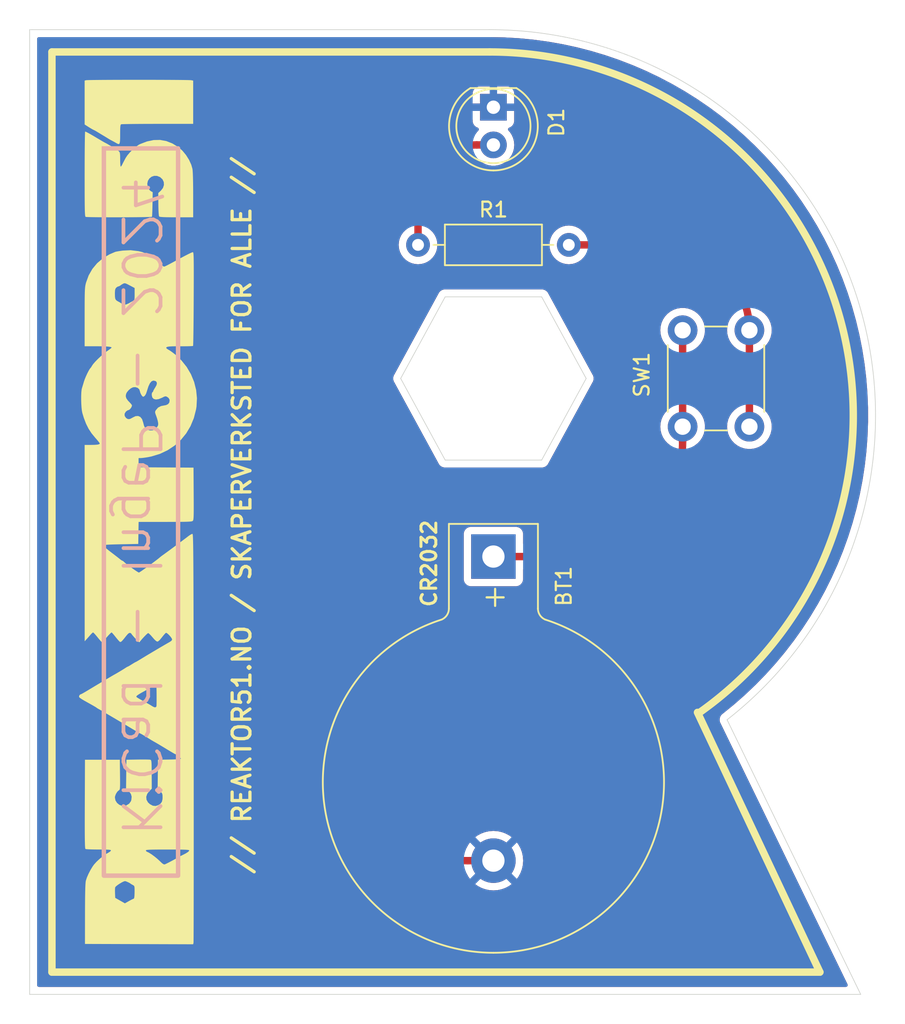
<source format=kicad_pcb>
(kicad_pcb (version 20240108) (generator "pcbnew") (generator_version "8.0")
  (layers (0 "F.Cu" signal) (31 "B.Cu" signal) (34 "B.Paste" user) (35 "F.Paste" user) (36 "B.SilkS" user "B.Silkscreen") (37 "F.SilkS" user "F.Silkscreen") (38 "B.Mask" user) (39 "F.Mask" user) (44 "Edge.Cuts" user))
  (net 0 "")
  (net 1 "Net-(BT1-+)")
  (net 2 "GND")
  (net 3 "Net-(SW1-B)")
  (net 4 "Net-(D1-A)")
  (footprint "Button_Switch_THT:SW_PUSH_6mm" (layer "F.Cu") (at 174 71.75 90)
    (property "Reference" "SW1" (at 3.5 -2.75 90) (layer "F.SilkS"))
    (property "Value" "SW_SPST")
    (fp_line (start 5.5 -1) (end 1 -1) (stroke (width 0.12)) (layer "F.SilkS"))
    (fp_line (start -0.25 1.5) (end -0.25 3) (stroke (width 0.12)) (layer "F.SilkS"))
    (fp_line (start 6.75 3) (end 6.75 1.5) (stroke (width 0.12)) (layer "F.SilkS"))
    (fp_line (start 1 5.5) (end 5.5 5.5) (stroke (width 0.12)) (layer "F.SilkS"))
    (pad "1" thru_hole circle (at 0 0 180) (size 2 2) (drill 1.1) (layers "*.Cu" "*.Mask") (net 1 "Net-(BT1-+)"))
    (pad "1" thru_hole circle (at 6.5 0 180) (size 2 2) (drill 1.1) (layers "*.Cu" "*.Mask") (net 1 "Net-(BT1-+)"))
    (pad "2" thru_hole circle (at 0 4.5 180) (size 2 2) (drill 1.1) (layers "*.Cu" "*.Mask") (net 3 "Net-(SW1-B)"))
    (pad "2" thru_hole circle (at 6.5 4.5 180) (size 2 2) (drill 1.1) (layers "*.Cu" "*.Mask") (net 3 "Net-(SW1-B)"))
  )
  (footprint "Battery:BatteryHolder_Keystone_103_1x20mm" (layer "F.Cu") (at 161.25 80.5 -90)
    (property "Reference" "BT1" (at 2 -4.75 -90) (layer "F.SilkS"))
    (property "Value" "Battery_Cell")
    (fp_line (start -2.2 3) (end 3.5 3) (stroke (width 0.12)) (layer "F.SilkS"))
    (fp_line (start -2.2 3) (end -2.2 -3) (stroke (width 0.12)) (layer "F.SilkS"))
    (fp_line (start -2.2 -3) (end 3.5 -3) (stroke (width 0.12)) (layer "F.SilkS"))
    (fp_arc (start 3.5 3) (mid 3.950694 3.136459) (end 4.25 3.5) (stroke (width 0.12)) (layer "F.SilkS"))
    (fp_arc (start 26.695671 0) (mid 16.971103 11.358466) (end 4.25 3.5) (stroke (width 0.12)) (layer "F.SilkS"))
    (fp_arc (start 4.25 -3.5) (mid 16.971103 -11.358466) (end 26.695671 0) (stroke (width 0.12)) (layer "F.SilkS"))
    (fp_arc (start 4.25 -3.5) (mid 3.950694 -3.136459) (end 3.5 -3) (stroke (width 0.12)) (layer "F.SilkS"))
    (fp_text user "+" (at 2.75 0 90) (layer "F.SilkS") (effects (font (size 1.5 1.5))))
    (pad "1" thru_hole rect (at 0 0 270) (size 3 3) (drill 1.5) (layers "*.Cu" "*.Mask") (net 1 "Net-(BT1-+)"))
    (pad "2" thru_hole circle (at 20.49 0 270) (size 3 3) (drill 1.5) (layers "*.Cu" "*.Mask") (net 2 "GND"))
  )
  (footprint "Resistor_THT:R_Axial_DIN0207_L6.3mm_D2.5mm_P10.16mm_Horizontal" (layer "F.Cu") (at 156.17 59.5)
    (property "Reference" "R1" (at 5.08 -2.37 0) (layer "F.SilkS"))
    (property "Value" "150")
    (fp_line (start 1.04 0) (end 1.81 0) (stroke (width 0.12)) (layer "F.SilkS"))
    (fp_line (start 1.81 -1.37) (end 1.81 1.37) (stroke (width 0.12)) (layer "F.SilkS"))
    (fp_line (start 1.81 1.37) (end 8.35 1.37) (stroke (width 0.12)) (layer "F.SilkS"))
    (fp_line (start 8.35 -1.37) (end 1.81 -1.37) (stroke (width 0.12)) (layer "F.SilkS"))
    (fp_line (start 8.35 1.37) (end 8.35 -1.37) (stroke (width 0.12)) (layer "F.SilkS"))
    (fp_line (start 9.12 0) (end 8.35 0) (stroke (width 0.12)) (layer "F.SilkS"))
    (pad "1" thru_hole circle (at 0 0) (size 1.6 1.6) (drill 0.8) (layers "*.Cu" "*.Mask") (net 4 "Net-(D1-A)"))
    (pad "2" thru_hole oval (at 10.16 0) (size 1.6 1.6) (drill 0.8) (layers "*.Cu" "*.Mask") (net 3 "Net-(SW1-B)"))
  )
  (footprint "LOGO" (layer "F.Cu") (at 137.25 77.5 90)
    (property "Reference" "G***" (hide yes))
    (property "Value" "LOGO" (hide yes))
    (fp_poly (pts (xy 29.09562 -3.44651) (xy 29.100419 -3.384787) (xy 29.104744 -3.24275) (xy 29.108597 -3.028739) (xy 29.111977 -2.751094) (xy 29.114883 -2.418155) (xy 29.117316 -2.038262) (xy 29.119275 -1.619757) (xy 29.120759 -1.170978) (xy 29.12177 -0.700268) (xy 29.122306 -0.215965) (xy 29.122366 0.27359) (xy 29.121952 0.760056) (xy 29.121062 1.235094) (xy 29.119696 1.690362) (xy 29.117854 2.117521) (xy 29.115535 2.50823) (xy 29.11274 2.854149) (xy 29.109468 3.146938) (xy 29.105719 3.378256) (xy 29.101493 3.539763) (xy 29.096789 3.623119) (xy 29.095855 3.629363) (xy 29.06815 3.767888) (xy 27.610864 3.767888) (xy 26.153577 3.767888) (xy 26.153577 1.377796) (xy 26.15309 0.924053) (xy 26.151691 0.495924) (xy 26.14947 0.101811) (xy 26.146521 -0.249887) (xy 26.142934 -0.550766) (xy 26.138802 -0.792427) (xy 26.134217 -0.966466) (xy 26.129271 -1.064485) (xy 26.126671 -1.082413) (xy 26.104026 -1.110392) (xy 26.05226 -1.129965) (xy 25.958038 -1.142535) (xy 25.808026 -1.149505) (xy 25.58889 -1.152278) (xy 25.460358 -1.152531) (xy 25.187166 -1.154246) (xy 24.993135 -1.162266) (xy 24.868792 -1.180897) (xy 24.804664 -1.214448) (xy 24.791278 -1.267226) (xy 24.81916 -1.34354) (xy 24.864312 -1.423593) (xy 24.944147 -1.562794) (xy 25.016687 -1.698085) (xy 25.021014 -1.706632) (xy 25.086251 -1.82891) (xy 25.144222 -1.92735) (xy 25.19239 -2.004808) (xy 25.271563 -2.134567) (xy 25.367249 -2.292834) (xy 25.400702 -2.348467) (xy 25.498525 -2.511089) (xy 25.584444 -2.653398) (xy 25.644054 -2.75155) (xy 25.655695 -2.770506) (xy 25.719921 -2.886848) (xy 25.751219 -2.952551) (xy 25.795911 -3.03789) (xy 25.871914 -3.167459) (xy 25.951952 -3.296093) (xy 26.111974 -3.546248) (xy 27.590433 -3.546248) (xy 29.068892 -3.546248)) (fill solid) (layer "F.SilkS"))
    (fp_poly (pts (xy 23.259109 -3.545745) (xy 23.727035 -3.544293) (xy 24.160913 -3.541979) (xy 24.553276 -3.538889) (xy 24.896655 -3.53511) (xy 25.183583 -3.530728) (xy 25.40659 -3.525829) (xy 25.558209 -3.520501) (xy 25.630971 -3.514829) (xy 25.636356 -3.513002) (xy 25.621423 -3.46572) (xy 25.56736 -3.356244) (xy 25.481367 -3.19797) (xy 25.370643 -3.00429) (xy 25.284877 -2.859162) (xy 25.157513 -2.645393) (xy 25.045168 -2.455015) (xy 24.956276 -2.302465) (xy 24.899274 -2.20218) (xy 24.883417 -2.172077) (xy 24.830765 -2.069992) (xy 24.746462 -1.921717) (xy 24.643717 -1.748861) (xy 24.535739 -1.573031) (xy 24.435736 -1.415837) (xy 24.356916 -1.298888) (xy 24.321178 -1.252269) (xy 24.274644 -1.207933) (xy 24.217633 -1.179072) (xy 24.131447 -1.162408) (xy 23.997385 -1.154664) (xy 23.796749 -1.152563) (xy 23.752133 -1.152531) (xy 23.557882 -1.149359) (xy 23.401363 -1.140767) (xy 23.300609 -1.128139) (xy 23.272251 -1.115693) (xy 23.308068 -1.072929) (xy 23.394153 -1.021865) (xy 23.471415 -0.9852) (xy 23.547954 -0.947042) (xy 23.647023 -0.895404) (xy 23.791875 -0.8183) (xy 23.865156 -0.779083) (xy 24.035076 -0.665292) (xy 24.227821 -0.500698) (xy 24.422435 -0.307039) (xy 24.597963 -0.106051) (xy 24.73345 0.08053) (xy 24.787172 0.177312) (xy 24.968038 0.649334) (xy 25.063104 1.101422) (xy 25.072083 1.537042) (xy 24.994685 1.959657) (xy 24.830626 2.372732) (xy 24.579615 2.779732) (xy 24.570162 2.79267) (xy 24.341395 3.048699) (xy 24.053701 3.285805) (xy 23.731857 3.488157) (xy 23.400641 3.639926) (xy 23.119687 3.719331) (xy 22.999698 3.732799) (xy 22.80059 3.744466) (xy 22.531888 3.754069) (xy 22.203117 3.761346) (xy 21.823802 3.766035) (xy 21.403465 3.767871) (xy 21.358001 3.767888) (xy 19.858987 3.767888) (xy 19.858987 2.642949) (xy 19.860143 2.272249) (xy 19.863856 1.982379) (xy 19.870497 1.765539) (xy 19.880433 1.613932) (xy 19.894034 1.519758) (xy 19.91167 1.475218) (xy 19.914398 1.472568) (xy 19.97801 1.455956) (xy 20.117647 1.441737) (xy 20.320692 1.430696) (xy 20.574527 1.423617) (xy 20.731647 1.421695) (xy 21.493487 1.416265) (xy 21.655622 1.591502) (xy 21.835457 1.731805) (xy 22.033056 1.796421) (xy 22.231076 1.786465) (xy 22.412174 1.703051) (xy 22.559007 1.547294) (xy 22.568069 1.532867) (xy 22.648439 1.331019) (xy 22.651901 1.136122) (xy 22.590038 0.960584) (xy 22.474429 0.816817) (xy 22.316656 0.717228) (xy 22.128299 0.674228) (xy 21.920941 0.700226) (xy 21.825567 0.737242) (xy 21.706464 0.816703) (xy 21.618698 0.914349) (xy 21.612834 0.924704) (xy 21.552505 1.039847) (xy 20.740066 1.026127) (xy 20.4798 1.020655) (xy 20.250293 1.013787) (xy 20.066198 1.006127) (xy 19.942167 0.99828) (xy 19.893307 0.991196) (xy 19.886607 0.944232) (xy 19.880601 0.818896) (xy 19.875305 0.625469) (xy 19.870736 0.374234) (xy 19.866912 0.075472) (xy 19.863849 -0.260535) (xy 19.861564 -0.623505) (xy 19.860075 -1.003157) (xy 19.859399 -1.38921) (xy 19.859552 -1.77138) (xy 19.860553 -2.139387) (xy 19.862417 -2.482949) (xy 19.865161 -2.791784) (xy 19.868804 -3.05561) (xy 19.873362 -3.264147) (xy 19.878852 -3.407111) (xy 19.885291 -3.474222) (xy 19.885894 -3.47613) (xy 19.898098 -3.490315) (xy 19.92721 -3.502471) (xy 19.979534 -3.512751) (xy 20.061375 -3.52131) (xy 20.179038 -3.528301) (xy 20.338828 -3.533877) (xy 20.547049 -3.538192) (xy 20.810007 -3.541399) (xy 21.134006 -3.543653) (xy 21.525351 -3.545106) (xy 21.990346 -3.545913) (xy 22.535298 -3.546226) (xy 22.764604 -3.546248)) (fill solid) (layer "F.SilkS"))
    (fp_poly (pts (xy -12.382787 -3.916957) (xy -12.306096 -3.866278) (xy -12.278883 -3.807983) (xy -12.257348 -3.755091) (xy -12.199955 -3.646864) (xy -12.117528 -3.503339) (xy -12.084302 -3.447704) (xy -11.933455 -3.197074) (xy -11.772564 -2.928794) (xy -11.60872 -2.654781) (xy -11.449011 -2.386957) (xy -11.300527 -2.137241) (xy -11.170357 -1.917552) (xy -11.065589 -1.739809) (xy -10.993313 -1.615934) (xy -10.962604 -1.561678) (xy -10.89441 -1.439689) (xy -10.798146 -1.274841) (xy -10.690854 -1.095542) (xy -10.589575 -0.930201) (xy -10.51135 -0.807227) (xy -10.498885 -0.788619) (xy -10.442627 -0.698799) (xy -10.417225 -0.644027) (xy -10.417103 -0.642423) (xy -10.394951 -0.594401) (xy -10.337077 -0.494517) (xy -10.261955 -0.373799) (xy -10.182393 -0.246235) (xy -10.126431 -0.150418) (xy -10.106807 -0.108873) (xy -10.085102 -0.062992) (xy -10.027846 0.037304) (xy -9.946822 0.171468) (xy -9.935682 0.189481) (xy -9.833471 0.356258) (xy -9.705723 0.567679) (xy -9.560655 0.809834) (xy -9.406487 1.068817) (xy -9.251436 1.33072) (xy -9.103721 1.581635) (xy -8.971561 1.807655) (xy -8.863174 1.994873) (xy -8.786779 2.12938) (xy -8.757546 2.183159) (xy -8.678835 2.297732) (xy -8.600597 2.348465) (xy -8.590253 2.349389) (xy -8.51348 2.321095) (xy -8.409378 2.249373) (xy -8.299263 2.153961) (xy -8.204454 2.054599) (xy -8.146269 1.971027) (xy -8.139061 1.931605) (xy -8.182886 1.879612) (xy -8.279725 1.792323) (xy -8.410765 1.686413) (xy -8.44673 1.65893) (xy -8.618162 1.516838) (xy -8.712545 1.40818) (xy -8.731681 1.353159) (xy -8.694446 1.27374) (xy -8.589569 1.158107) (xy -8.443548 1.030251) (xy -8.311284 0.915839) (xy -8.211202 0.815835) (xy -8.159826 0.747237) (xy -8.15637 0.734785) (xy -8.187726 0.684628) (xy -8.271023 0.593159) (xy -8.390108 0.475835) (xy -8.528826 0.348116) (xy -8.671021 0.225457) (xy -8.776964 0.140954) (xy -8.756717 0.106854) (xy -8.686674 0.031333) (xy -8.584343 -0.069321) (xy -8.467229 -0.17882) (xy -8.35284 -0.280876) (xy -8.258683 -0.359203) (xy -8.202266 -0.397513) (xy -8.196628 -0.398953) (xy -8.162562 -0.435619) (xy -8.144243 -0.484869) (xy -8.151602 -0.549362) (xy -8.212639 -0.62965) (xy -8.337952 -0.738899) (xy -8.367205 -0.761919) (xy -8.547107 -0.904576) (xy -8.665197 -1.005969) (xy -8.731608 -1.076643) (xy -8.756474 -1.127142) (xy -8.752302 -1.162607) (xy -8.708804 -1.21394) (xy -8.612087 -1.302629) (xy -8.479847 -1.412823) (xy -8.420847 -1.459468) (xy -8.282991 -1.570084) (xy -8.176863 -1.661478) (xy -8.11848 -1.719575) (xy -8.112042 -1.730873) (xy -8.143434 -1.7774) (xy -8.225614 -1.863126) (xy -8.340588 -1.971315) (xy -8.47036 -2.085231) (xy -8.596936 -2.188136) (xy -8.632897 -2.21532) (xy -8.723685 -2.289766) (xy -8.773625 -2.345073) (xy -8.776964 -2.354559) (xy -8.767729 -2.3833) (xy -8.732526 -2.42594) (xy -8.660101 -2.492983) (xy -8.539204 -2.594935) (xy -8.381888 -2.723408) (xy -8.254593 -2.830902) (xy -8.159641 -2.919174) (xy -8.113851 -2.972357) (xy -8.112042 -2.977952) (xy -8.142728 -3.026575) (xy -8.219593 -3.105477) (xy -8.253571 -3.135871) (xy -8.379716 -3.246357) (xy -8.518454 -3.369997) (xy -8.552786 -3.400982) (xy -8.710472 -3.543849) (xy -2.094503 -3.545049) (xy 4.521466 -3.546248) (xy 4.522071 -3.136213) (xy 4.527127 -2.870569) (xy 4.542174 -2.685715) (xy 4.568396 -2.574223) (xy 4.606979 -2.528664) (xy 4.619273 -2.526702) (xy 4.66841 -2.554692) (xy 4.766763 -2.630225) (xy 4.898464 -2.740648) (xy 5.001974 -2.831902) (xy 5.302118 -3.078758) (xy 5.610079 -3.281377) (xy 5.947433 -3.450998) (xy 6.335753 -3.598861) (xy 6.671378 -3.701666) (xy 6.831779 -3.732983) (xy 7.051064 -3.756792) (xy 7.307095 -3.772695) (xy 7.577734 -3.780294) (xy 7.840841 -3.779191) (xy 8.074278 -3.768988) (xy 8.255905 -3.749287) (xy 8.334542 -3.731571) (xy 8.457394 -3.693365) (xy 8.627237 -3.64198) (xy 8.79536 -3.592068) (xy 8.951249 -3.538184) (xy 9.133316 -3.463135) (xy 9.320497 -3.377152) (xy 9.491732 -3.290467) (xy 9.625961 -3.213313) (xy 9.70212 -3.155922) (xy 9.707853 -3.148756) (xy 9.759785 -3.106724) (xy 9.853143 -3.05212) (xy 9.968613 -2.972605) (xy 10.122025 -2.839482) (xy 10.297232 -2.669388) (xy 10.478089 -2.478961) (xy 10.648449 -2.284837) (xy 10.792167 -2.103656) (xy 10.842792 -2.032339) (xy 10.941049 -1.892743) (xy 11.022595 -1.787023) (xy 11.07376 -1.73256) (xy 11.081526 -1.728796) (xy 11.112341 -1.763745) (xy 11.136266 -1.871064) (xy 11.153608 -2.054462) (xy 11.164672 -2.317647) (xy 11.169765 -2.664328) (xy 11.170192 -2.803752) (xy 11.17068 -3.546248) (xy 13.142786 -3.546248) (xy 13.615399 -3.546065) (xy 14.008463 -3.54527) (xy 14.331082 -3.543493) (xy 14.592363 -3.540365) (xy 14.801411 -3.535517) (xy 14.967332 -3.52858) (xy 15.099232 -3.519184) (xy 15.206217 -3.50696) (xy 15.297392 -3.491539) (xy 15.381864 -3.47255) (xy 15.458929 -3.452312) (xy 15.9429 -3.276117) (xy 16.379012 -3.026596) (xy 16.763477 -2.70735) (xy 17.092505 -2.321982) (xy 17.362308 -1.874092) (xy 17.528719 -1.484991) (xy 17.548287 -1.403521) (xy 17.574157 -1.258697) (xy 17.60212 -1.075196) (xy 17.616068 -0.972851) (xy 17.641013 -0.450476) (xy 17.578889 0.074934) (xy 17.516162 0.336677) (xy 17.404347 0.627778) (xy 17.231584 0.938677) (xy 17.013591 1.244644) (xy 16.766083 1.520949) (xy 16.759254 1.527653) (xy 16.647892 1.643029) (xy 16.567467 1.738636) (xy 16.534489 1.794745) (xy 16.53438 1.796377) (xy 16.543011 1.837239) (xy 16.572555 1.909322) (xy 16.62849 2.023761) (xy 16.716294 2.191693) (xy 16.841446 2.424251) (xy 16.86096 2.460209) (xy 17.070974 2.849426) (xy 17.23814 3.16493) (xy 17.363989 3.409755) (xy 17.450052 3.586936) (xy 17.497862 3.699508) (xy 17.509598 3.74537) (xy 17.503597 3.758993) (xy 17.481614 3.77069) (xy 17.43768 3.78057) (xy 17.365826 3.788743) (xy 17.260081 3.795317) (xy 17.114476 3.800404) (xy 16.923043 3.804111) (xy 16.679811 3.806549) (xy 16.378811 3.807828) (xy 16.014073 3.808056) (xy 15.579628 3.807344) (xy 15.069508 3.805802) (xy 14.477741 3.803538) (xy 14.365971 3.803078) (xy 13.845941 3.800518) (xy 13.351954 3.797298) (xy 12.891145 3.793515) (xy 12.470651 3.789265) (xy 12.097607 3.784643) (xy 11.779149 3.779746) (xy 11.522414 3.774669) (xy 11.334537 3.769508) (xy 11.222654 3.764359) (xy 11.192758 3.76044) (xy 11.183439 3.708511) (xy 11.175946 3.582846) (xy 11.170725 3.398355) (xy 11.168226 3.169948) (xy 11.168559 2.954593) (xy 11.169103 2.620663) (xy 11.164854 2.36598) (xy 11.154835 2.181217) (xy 11.138067 2.057047) (xy 11.113574 1.984144) (xy 11.080375 1.953179) (xy 11.063265 1.950436) (xy 11.010568 1.986753) (xy 10.950348 2.076027) (xy 10.940983 2.094721) (xy 10.881216 2.195538) (xy 10.782096 2.338108) (xy 10.661795 2.496725) (xy 10.619831 2.549084) (xy 10.2199 2.974583) (xy 9.771641 3.332476) (xy 9.28366 3.619478) (xy 8.764561 3.832305) (xy 8.222952 3.967672) (xy 7.667438 4.022296) (xy 7.106624 3.992891) (xy 6.915183 3.96297) (xy 6.329022 3.813009) (xy 5.787672 3.589026) (xy 5.295844 3.295749) (xy 4.858253 2.937904) (xy 4.479611 2.520216) (xy 4.164631 2.047414) (xy 3.918027 1.524222) (xy 3.74451 0.955368) (xy 3.738233 0.924437) (xy 5.496684 0.924437) (xy 5.507024 1.056516) (xy 5.550531 1.155158) (xy 5.645935 1.260569) (xy 5.659108 1.273083) (xy 5.768895 1.366361) (xy 5.859684 1.407019) (xy 5.96987 1.410008) (xy 6.00265 1.406869) (xy 6.142878 1.379856) (xy 6.320616 1.329741) (xy 6.459839 1.281301) (xy 6.610129 1.225852) (xy 6.705585 1.201705) (xy 6.773458 1.206658) (xy 6.840994 1.23851) (xy 6.858792 1.249077) (xy 7.035589 1.399893) (xy 7.138544 1.597986) (xy 7.165633 1.732633) (xy 7.205908 1.942357) (xy 7.274333 2.079205) (xy 7.378062 2.156437) (xy 7.398421 2.164151) (xy 7.552503 2.181628) (xy 7.67846 2.116308) (xy 7.750492 2.02442) (xy 7.788735 1.952116) (xy 7.796122 1.888596) (xy 7.768686 1.805122) (xy 7.702461 1.672956) (xy 7.701796 1.671687) (xy 7.608302 1.443954) (xy 7.581787 1.253229) (xy 7.620222 1.10674) (xy 7.72158 1.011714) (xy 7.883831 0.975377) (xy 7.897271 0.975218) (xy 8.005739 0.985419) (xy 8.064349 1.010787) (xy 8.067713 1.019546) (xy 8.102788 1.061275) (xy 8.123124 1.064681) (xy 8.189078 1.088557) (xy 8.297663 1.148819) (xy 8.373599 1.197665) (xy 8.556167 1.299226) (xy 8.694865 1.325567) (xy 8.792535 1.276822) (xy 8.829357 1.219023) (xy 8.856673 1.084408) (xy 8.807185 0.963304) (xy 8.678032 0.853373) (xy 8.466357 0.752282) (xy 8.169301 0.657695) (xy 8.129199 0.64704) (xy 7.951183 0.583371) (xy 7.82744 0.50397) (xy 7.771568 0.419086) (xy 7.773056 0.378702) (xy 7.823493 0.321598) (xy 7.923946 0.256593) (xy 8.039965 0.202723) (xy 8.134206 0.179142) (xy 8.271238 0.1324) (xy 8.369212 0.022133) (xy 8.416001 -0.130717) (xy 8.404339 -0.28732) (xy 8.336013 -0.429062) (xy 8.215314 -0.575367) (xy 8.071306 -0.695755) (xy 7.961063 -0.752202) (xy 7.810289 -0.776687) (xy 7.667224 -0.739508) (xy 7.514169 -0.633651) (xy 7.409589 -0.533646) (xy 7.305056 -0.435135) (xy 7.218938 -0.370113) (xy 7.182096 -0.354625) (xy 7.084445 -0.381855) (xy 6.978752 -0.44747) (xy 6.897188 -0.527352) (xy 6.870855 -0.58794) (xy 6.840061 -0.671318) (xy 6.764858 -0.767053) (xy 6.754224 -0.777245) (xy 6.616216 -0.855361) (xy 6.473112 -0.847982) (xy 6.338869 -0.756196) (xy 6.327836 -0.743989) (xy 6.261774 -0.628795) (xy 6.266299 -0.502546) (xy 6.342806 -0.347423) (xy 6.361082 -0.319819) (xy 6.458691 -0.120452) (xy 6.471962 0.05818) (xy 6.404184 0.208815) (xy 6.258646 0.324193) (xy 6.038635 0.397051) (xy 6.036203 0.397515) (xy 5.797368 0.460584) (xy 5.635247 0.550127) (xy 5.539408 0.676335) (xy 5.499418 0.849395) (xy 5.496684 0.924437) (xy 3.738233 0.924437) (xy 3.700665 0.7393) (xy 3.67008 0.549526) (xy 3.647187 0.375436) (xy 3.636143 0.249437) (xy 3.63572 0.232722) (xy 3.634904 0.088656) (xy 3.325093 0.088656) (xy 3.015283 0.088656) (xy 3.003715 1.939354) (xy 2.992146 3.790052) (xy 1.233776 3.80164) (xy 0.78751 3.804258) (xy 0.421631 3.805487) (xy 0.127877 3.805064) (xy -0.102013 3.802723) (xy -0.276303 3.7982) (xy -0.403254 3.79123) (xy -0.491128 3.781548) (xy -0.548187 3.76889) (xy -0.582693 3.75299) (xy -0.594758 3.743063) (xy -0.612424 3.71698) (xy -0.626903 3.67202) (xy -0.638502 3.600028) (xy -0.647528 3.492851) (xy -0.654288 3.342335) (xy -0.659091 3.140325) (xy -0.662244 2.878668) (xy -0.664053 2.549209) (xy -0.664826 2.143794) (xy -0.664922 1.88185) (xy -0.664922 0.0908) (xy -1.407417 0.078646) (xy -2.149913 0.066492) (xy -2.168513 -0.91625) (xy 13.970304 -0.91625) (xy 13.982036 -0.760728) (xy 14.058305 -0.579352) (xy 14.073237 -0.554101) (xy 14.14983 -0.423196) (xy 14.212135 -0.307129) (xy 14.226559 -0.277051) (xy 14.253946 -0.230112) (xy 14.297173 -0.200787) (xy 14.374956 -0.184999) (xy 14.50601 -0.17867) (xy 14.682585 -0.177688) (xy 15.093717 -0.178064) (xy 15.269045 -0.507146) (xy 15.3539 -0.670164) (xy 15.400917 -0.777529) (xy 15.415413 -0.851031) (xy 15.402708 -0.91246) (xy 15.379865 -0.961133) (xy 15.315984 -1.069675) (xy 15.259947 -1.144615) (xy 15.211573 -1.228291) (xy 15.204537 -1.266517) (xy 15.175298 -1.342654) (xy 15.115881 -1.418499) (xy 15.047611 -1.468306) (xy 14.95182 -1.495705) (xy 14.803363 -1.506335) (xy 14.720554 -1.507155) (xy 14.520532 -1.503369) (xy 14.387227 -1.485697) (xy 14.298806 -1.444667) (xy 14.233441 -1.370807) (xy 14.177966 -1.271745) (xy 14.108087 -1.14741) (xy 14.04275 -1.051036) (xy 14.024706 -1.030241) (xy 13.970304 -0.91625) (xy -2.168513 -0.91625) (xy -2.172077 -1.104546) (xy -2.180818 -1.494424) (xy -2.190848 -1.800756) (xy -2.202484 -2.028647) (xy -2.216043 -2.183201) (xy -2.231842 -2.269524) (xy -2.245882 -2.29276) (xy -2.289464 -2.265363) (xy -2.37462 -2.17842) (xy -2.490652 -2.043994) (xy -2.626863 -1.874147) (xy -2.689163 -1.792975) (xy -2.837336 -1.598367) (xy -2.974588 -1.419882) (xy -3.088173 -1.273971) (xy -3.165344 -1.177085) (xy -3.180487 -1.158862) (xy -3.24782 -1.069413) (xy -3.279809 -1.006624) (xy -3.280225 -1.002582) (xy -3.30985 -0.945396) (xy -3.359549 -0.891762) (xy -3.426654 -0.818693) (xy -3.524246 -0.69723) (xy -3.640327 -0.544124) (xy -3.762895 -0.376128) (xy -3.879952 -0.209995) (xy -3.979497 -0.062477) (xy -4.049531 0.049672) (xy -4.078053 0.109701) (xy -4.078185 0.111515) (xy -4.053048 0.159673) (xy -3.984192 0.264945) (xy -3.88145 0.413793) (xy -3.754656 0.592677) (xy -3.613644 0.788056) (xy -3.468247 0.986392) (xy -3.328298 1.174145) (xy -3.203632 1.337774) (xy -3.10408 1.463741) (xy -3.049519 1.527876) (xy -2.987031 1.604578) (xy -2.906008 1.713963) (xy -2.889582 1.73723) (xy -2.811079 1.847038) (xy -2.691546 2.01118) (xy -2.542106 2.214666) (xy -2.373882 2.44251) (xy -2.197996 2.67972) (xy -2.025571 2.91131) (xy -1.867729 3.122289) (xy -1.735594 3.29767) (xy -1.640288 3.422464) (xy -1.615105 3.454689) (xy -1.531611 3.574514) (xy -1.480819 3.675676) (xy -1.472842 3.720657) (xy -1.479833 3.727312) (xy -1.500066 3.733543) (xy -1.536396 3.73937) (xy -1.591679 3.744807) (xy -1.668772 3.749873) (xy -1.77053 3.754584) (xy -1.899811 3.758958) (xy -2.059469 3.76301) (xy -2.252362 3.766758) (xy -2.481346 3.77022) (xy -2.749277 3.773411) (xy -3.05901 3.776349) (xy -3.413403 3.77905) (xy -3.815311 3.781532) (xy -4.267591 3.783812) (xy -4.773099 3.785906) (xy -5.334691 3.787831) (xy -5.955223 3.789605) (xy -6.637552 3.791244) (xy -7.384533 3.792764) (xy -8.199023 3.794184) (xy -9.083878 3.79552) (xy -10.041955 3.796789) (xy -11.076109 3.798008) (xy -12.189197 3.799193) (xy -13.384075 3.800362) (xy -14.663599 3.801531) (xy -15.205145 3.802007) (xy -16.303363 3.802888) (xy -17.379089 3.803599) (xy -18.428916 3.804143) (xy -19.449438 3.804525) (xy -20.437249 3.804746) (xy -21.388942 3.804809) (xy -22.301111 3.804718) (xy -23.17035 3.804476) (xy -23.993251 3.804085) (xy -24.76641 3.803549) (xy -25.48642 3.802869) (xy -26.149873 3.802051) (xy -26.753365 3.801095) (xy -27.293489 3.800006) (xy -27.766837 3.798786) (xy -28.170005 3.797438) (xy -28.499585 3.795965) (xy -28.752172 3.79437) (xy -28.924359 3.792656) (xy -29.012739 3.790826) (xy -29.02408 3.790016) (xy -29.124075 3.76607) (xy -29.118032 1.823568) (xy -23.744187 1.823568) (xy -23.73845 1.859407) (xy -23.706378 1.933228) (xy -23.642531 2.062442) (xy -23.558504 2.225116) (xy -23.465893 2.39932) (xy -23.376294 2.563121) (xy -23.301302 2.694589) (xy -23.268453 2.748342) (xy -23.224223 2.827324) (xy -23.162253 2.949407) (xy -23.134354 3.007152) (xy -23.008362 3.254782) (xy -22.906074 3.417385) (xy -22.827586 3.494821) (xy -22.802428 3.50192) (xy -22.785161 3.489863) (xy -22.771308 3.448204) (xy -22.760521 3.368711) (xy -22.75245 3.243152) (xy -22.746744 3.063295) (xy -22.743055 2.820908) (xy -22.741033 2.507758) (xy -22.740328 2.115615) (xy -22.740314 2.039092) (xy -22.740796 1.633693) (xy -22.742482 1.3086) (xy -22.745735 1.055469) (xy -22.750917 0.865955) (xy -22.75839 0.731713) (xy -22.768517 0.644398) (xy -22.78166 0.595664) (xy -22.798181 0.577166) (xy -22.803819 0.576265) (xy -22.866 0.613337) (xy -22.897211 0.670431) (xy -22.955523 0.792909) (xy -23.060462 0.958062) (xy -23.196744 1.145107) (xy -23.349083 1.333262) (xy -23.502194 1.501746) (xy -23.527131 1.526868) (xy -23.654402 1.660169) (xy -23.723313 1.753654) (xy -23.744187 1.823568) (xy -29.118032 1.823568) (xy -29.112736 0.120993) (xy -29.109766 -0.833569) (xy -26.365507 -0.833569) (xy -26.215214 -0.567675) (xy -26.139837 -0.42938) (xy -26.085901 -0.321) (xy -26.064927 -0.265705) (xy -26.064922 -0.265404) (xy -26.047262 -0.228993) (xy -25.98561 -0.204492) (xy -25.866953 -0.18966) (xy -25.678282 -0.182257) (xy -25.573721 -0.180812) (xy -25.38923 -0.180401) (xy -25.272922 -0.186959) (xy -25.204339 -0.205952) (xy -25.163021 -0.242845) (xy -25.130511 -0.299215) (xy -25.079459 -0.392078) (xy -25.045446 -0.443315) (xy -24.997069 -0.514432) (xy -24.939626 -0.626614) (xy -24.890784 -0.74179) (xy -24.868206 -0.821887) (xy -24.868063 -0.825626) (xy -24.892138 -0.913547) (xy -24.954366 -1.041905) (xy -25.039747 -1.187091) (xy -25.133284 -1.325495) (xy -25.219979 -1.433508) (xy -25.284834 -1.487521) (xy -25.289492 -1.489031) (xy -25.378572 -1.498682) (xy -25.524043 -1.501944) (xy -25.687879 -1.49833) (xy -25.996067 -1.484991) (xy -26.180787 -1.15928) (xy -26.365507 -0.833569) (xy -29.109766 -0.833569) (xy -29.101396 -3.524084) (xy -27.084468 -3.521791) (xy -26.522811 -3.520129) (xy -26.046689 -3.516468) (xy -25.653003 -3.510732) (xy -25.338651 -3.502845) (xy -25.100534 -3.492731) (xy -24.935552 -3.480314) (xy -24.845899 -3.466838) (xy -24.632985 -3.397948) (xy -24.381572 -3.288731) (xy -24.122129 -3.154566) (xy -23.885127 -3.010832) (xy -23.75024 -2.913825) (xy -23.567595 -2.749048) (xy -23.372949 -2.540045) (xy -23.1888 -2.313815) (xy -23.037645 -2.097356) (xy -22.967843 -1.974884) (xy -22.898599 -1.859287) (xy -22.832737 -1.78629) (xy -22.803697 -1.773124) (xy -22.781038 -1.786227) (xy -22.764286 -1.832748) (xy -22.752608 -1.923507) (xy -22.745169 -2.069322) (xy -22.741135 -2.281014) (xy -22.739674 -2.5694) (xy -22.739636 -2.604276) (xy -22.737606 -2.869431) (xy -22.732369 -3.105664) (xy -22.724535 -3.298019) (xy -22.714711 -3.431539) (xy -22.703579 -3.491152) (xy -22.67937 -3.502491) (xy -22.618708 -3.512125) (xy -22.516275 -3.520133) (xy -22.36675 -3.526592) (xy -22.164815 -3.531581) (xy -21.905149 -3.535177) (xy -21.582434 -3.537458) (xy -21.191351 -3.538503) (xy -20.726579 -3.538389) (xy -20.182799 -3.537194) (xy -19.678865 -3.535481) (xy -16.689529 -3.524084) (xy -16.689529 -2.349389) (xy -16.689529 -1.174695) (xy -17.695991 -1.162786) (xy -18.020356 -1.159315) (xy -18.267297 -1.158108) (xy -18.448033 -1.159949) (xy -18.573784 -1.165623) (xy -18.65577 -1.175915) (xy -18.70521 -1.19161) (xy -18.733324 -1.213493) (xy -18.748223 -1.236398) (xy -18.843751 -1.343711) (xy -18.990727 -1.437217) (xy -19.152187 -1.496499) (xy -19.238395 -1.507155) (xy -19.433465 -1.46798) (xy -19.600126 -1.362842) (xy -19.725351 -1.210327) (xy -19.796115 -1.02902) (xy -19.799391 -0.837507) (xy -19.772334 -0.745382) (xy -19.652763 -0.54963) (xy -19.486741 -0.42924) (xy -19.394058 -0.399069) (xy -19.1781 -0.377938) (xy -18.996225 -0.428087) (xy -18.824773 -0.556846) (xy -18.798289 -0.583603) (xy -18.63326 -0.75535) (xy -17.661394 -0.743382) (xy -16.689529 -0.731414) (xy -16.676888 0.022164) (xy -16.674028 0.278233) (xy -16.674136 0.508673) (xy -16.676995 0.696563) (xy -16.682389 0.824983) (xy -16.687749 0.871236) (xy -16.698033 0.902503) (xy -16.718924 0.926155) (xy -16.761659 0.943345) (xy -16.837477 0.955222) (xy -16.957615 0.962939) (xy -17.133313 0.967646) (xy -17.375808 0.970495) (xy -17.676498 0.972518) (xy -18.641744 0.978307) (xy -18.794037 0.821181) (xy -18.986336 0.672029) (xy -19.185951 0.605899) (xy -19.381721 0.62241) (xy -19.562482 0.721183) (xy -19.683215 0.851393) (xy -19.78855 1.049003) (xy -19.808222 1.237845) (xy -19.752706 1.409723) (xy -19.649391 1.566768) (xy -19.524095 1.658825) (xy -19.352661 1.699603) (xy -19.232091 1.705128) (xy -19.078931 1.70197) (xy -18.9799 1.681268) (xy -18.900558 1.629431) (xy -18.812597 1.539557) (xy -18.659389 1.372482) (xy -17.674459 1.384409) (xy -16.689529 1.396335) (xy -16.67733 2.148813) (xy -16.671143 2.399407) (xy -16.661694 2.619244) (xy -16.649968 2.792926) (xy -16.636949 2.905053) (xy -16.626795 2.939628) (xy -16.588134 2.923826) (xy -16.519297 2.857208) (xy -16.439126 2.762829) (xy -16.366465 2.663745) (xy -16.320157 2.583011) (xy -16.31274 2.55537) (xy -16.290878 2.511941) (xy -16.230545 2.406371) (xy -16.139621 2.252092) (xy -16.025986 2.062539) (xy -15.953404 1.942763) (xy -15.821819 1.725386) (xy -15.70014 1.522458) (xy -15.598893 1.35167) (xy -15.53502 1.241758) (xy -13.155278 1.241758) (xy -13.094263 1.291997) (xy -13.087871 1.293346) (xy -13.01901 1.297825) (xy -12.882239 1.300928) (xy -12.698294 1.302675) (xy -12.487909 1.303086) (xy -12.271821 1.30218) (xy -12.070764 1.299976) (xy -11.905475 1.296494) (xy -11.802356 1.292147) (xy -11.721679 1.255809) (xy -11.707028 1.165026) (xy -11.758352 1.024461) (xy -11.806147 0.941091) (xy -11.875578 0.824378) (xy -11.969192 0.659374) (xy -12.069945 0.476276) (xy -12.099666 0.421117) (xy -12.193736 0.252326) (xy -12.28167 0.106336) (xy -12.349115 0.006563) (xy -12.366928 -0.014936) (xy -12.419778 -0.062327) (xy -12.459879 -0.055766) (xy -12.51198 0.014546) (xy -12.534889 0.051556) (xy -12.612631 0.182826) (xy -12.713709 0.361788) (xy -12.844815 0.600411) (xy -12.939888 0.775742) (xy -13.016369 0.906998) (xy -13.088595 1.018327) (xy -13.153402 1.145408) (xy -13.155278 1.241758) (xy -15.53502 1.241758) (xy -15.528603 1.230716) (xy -15.509659 1.196858) (xy -15.439638 1.071416) (xy -15.377657 0.965496) (xy -15.370304 0.953551) (xy -15.320425 0.873506) (xy -15.240104 0.744593) (xy -15.14578 0.593195) (xy -15.135542 0.576762) (xy -15.044929 0.427654) (xy -14.971764 0.300553) (xy -14.9302 0.220154) (xy -14.927772 0.214199) (xy -14.896478 0.153124) (xy -14.827329 0.030332) (xy -14.728468 -0.140101) (xy -14.60804 -0.344102) (xy -14.504528 -0.517214) (xy -14.342843 -0.787038) (xy -14.167325 -1.081435) (xy -13.995634 -1.370694) (xy -13.845427 -1.625108) (xy -13.79756 -1.706632) (xy -13.674879 -1.915709) (xy -13.560061 -2.110844) (xy -13.464675 -2.272415) (xy -13.400287 -2.380797) (xy -13.392536 -2.393717) (xy -13.324809 -2.509693) (xy -13.274646 -2.6015) (xy -13.2678 -2.615358) (xy -13.216141 -2.702) (xy -13.197202 -2.726178) (xy -13.166253 -2.768764) (xy -13.115076 -2.851398) (xy -13.038718 -2.982657) (xy -12.932232 -3.17112) (xy -12.790667 -3.425364) (xy -12.71864 -3.555487) (xy -12.626497 -3.71222) (xy -12.542653 -3.837339) (xy -12.480692 -3.911204) (xy -12.465186 -3.921958)) (fill solid) (layer "F.SilkS"))
  )
  (footprint "LED_THT:LED_D5.0mm" (layer "F.Cu") (at 161.25 50.225 -90)
    (property "Reference" "D1" (at 1.025 -4.25 -90) (layer "F.SilkS"))
    (property "Value" "5mm red LED")
    (fp_line (start -1.29 -1.545) (end -1.29 1.545) (stroke (width 0.12)) (layer "F.SilkS"))
    (fp_arc (start 4.26 -0.000462) (mid 2.072002 2.880433) (end -1.29 1.54483) (stroke (width 0.12)) (layer "F.SilkS"))
    (fp_arc (start -1.29 -1.54483) (mid 2.072002 -2.880433) (end 4.26 0.000462) (stroke (width 0.12)) (layer "F.SilkS"))
    (fp_circle (center 1.27 0) (end 3.77 0) (stroke (width 0.12)) (fill none) (layer "F.SilkS"))
    (pad "1" thru_hole rect (at 0 0 270) (size 1.8 1.8) (drill 0.9) (layers "*.Cu" "*.Mask") (net 2 "GND"))
    (pad "2" thru_hole circle (at 2.54 0 270) (size 1.8 1.8) (drill 0.9) (layers "*.Cu" "*.Mask") (net 4 "Net-(D1-A)"))
  )
  (gr_rect (start 135 53) (end 140 102) (stroke (width 0.3)) (fill none) (layer "B.SilkS"))
  (gr_line (start 131.5 108.5) (end 131.5 46.5) (stroke (width 0.5)) (layer "F.SilkS"))
  (gr_line (start 183.25 108.5) (end 174.999856 91.000068) (stroke (width 0.5)) (layer "F.SilkS"))
  (gr_line (start 131.5 46.5) (end 161 46.5) (stroke (width 0.5)) (layer "F.SilkS"))
  (gr_line (start 131.5 108.5) (end 183.25 108.5) (stroke (width 0.5)) (layer "F.SilkS"))
  (gr_arc (start 161 46.5) (mid 184.366578 63.634335) (end 175.049828 91.071182) (stroke (width 0.5)) (layer "F.SilkS"))
  (gr_line (start 130 45) (end 161 45) (stroke (width 0.05)) (layer "Edge.Cuts"))
  (gr_line (start 164.5 63) (end 167.5 68.5) (stroke (width 0.05)) (layer "Edge.Cuts"))
  (gr_line (start 130 110) (end 186 110) (stroke (width 0.05)) (layer "Edge.Cuts"))
  (gr_line (start 158 74) (end 155 68.5) (stroke (width 0.05)) (layer "Edge.Cuts"))
  (gr_line (start 158 63) (end 164.5 63) (stroke (width 0.05)) (layer "Edge.Cuts"))
  (gr_line (start 155 68.5) (end 158 63) (stroke (width 0.05)) (layer "Edge.Cuts"))
  (gr_arc (start 161 45) (mid 185.58558 62.54132) (end 176.997042 91.49621) (stroke (width 0.05)) (layer "Edge.Cuts"))
  (gr_line (start 164.5 74) (end 158 74) (stroke (width 0.05)) (layer "Edge.Cuts"))
  (gr_line (start 176.997042 91.49621) (end 186 110) (stroke (width 0.05)) (layer "Edge.Cuts"))
  (gr_line (start 130 110) (end 130 45) (stroke (width 0.05)) (layer "Edge.Cuts"))
  (gr_line (start 167.5 68.5) (end 164.5 74) (stroke (width 0.05)) (layer "Edge.Cuts"))
  (gr_text "KiCad - IngeP - 2024" (at 136 99.5 270) (layer "B.SilkS") (effects (font (size 2.5 2.5) (thickness 0.25)) (justify left bottom mirror)))
  (gr_text "CR2032" (at 157.5 84 90) (layer "F.SilkS") (effects (font (size 1 1) (thickness 0.2) (bold yes)) (justify left bottom)))
  (gr_text "// REAKTOR51.NO / SKAPERVERKSTED FOR ALLE //" (at 145 102 90) (layer "F.SilkS") (effects (font (size 1.2 1.2) (thickness 0.22) (bold yes)) (justify left bottom)))
  (segment (start 174 72.775127) (end 174 71.75) (width 0.5) (layer "F.Cu") (net 1))
  (segment (start 161.25 80.5) (end 163.800253 80.5) (width 0.5) (layer "F.Cu") (net 1))
  (segment (start 174 71.75) (end 174 65.25) (width 0.5) (layer "F.Cu") (net 1))
  (arc (start 172.25 77) (mid 173.54519 75.061612) (end 174 72.775127) (width 0.5) (layer "F.Cu") (net 1))
  (arc (start 163.800253 80.5) (mid 168.373223 79.590379) (end 172.25 77) (width 0.5) (layer "F.Cu") (net 1))
  (segment (start 158.181675 50.225) (end 161.25 50.225) (width 0.5) (layer "F.Cu") (net 2))
  (segment (start 151.5 94.025127) (end 151.5 58.99264) (width 0.5) (layer "F.Cu") (net 2))
  (segment (start 153.5 98.5) (end 153.25 98.25) (width 0.5) (layer "F.Cu") (net 2))
  (segment (start 161.25 100.99) (end 159.511391 100.99) (width 0.5) (layer "F.Cu") (net 2))
  (arc (start 154.5 51.75) (mid 156.189166 50.621335) (end 158.181675 50.225) (width 0.5) (layer "F.Cu") (net 2))
  (arc (start 153.25 98.25) (mid 151.95481 96.311612) (end 151.5 94.025127) (width 0.5) (layer "F.Cu") (net 2))
  (arc (start 151.5 58.99264) (mid 152.279674 55.072952) (end 154.5 51.75) (width 0.5) (layer "F.Cu") (net 2))
  (arc (start 159.511391 100.99) (mid 156.25805 100.34287) (end 153.5 98.5) (width 0.5) (layer "F.Cu") (net 2))
  (segment (start 166.33 59.5) (end 172.87868 59.5) (width 0.5) (layer "F.Cu") (net 3))
  (segment (start 178.5 71.75) (end 178.5 65.25) (width 0.5) (layer "F.Cu") (net 3))
  (segment (start 176.90901 61.409009) (end 176.5 61) (width 0.5) (layer "F.Cu") (net 3))
  (arc (start 178.5 65.25) (mid 178.086515 63.171271) (end 176.90901 61.409009) (width 0.5) (layer "F.Cu") (net 3))
  (arc (start 176.5 61) (mid 174.838525 59.889837) (end 172.87868 59.5) (width 0.5) (layer "F.Cu") (net 3))
  (segment (start 160.128 52.765) (end 161.25 52.765) (width 0.5) (layer "F.Cu") (net 4))
  (segment (start 157.25 54) (end 157.323223 53.926777) (width 0.5) (layer "F.Cu") (net 4))
  (segment (start 156.17 59.5) (end 156.17 56.60735) (width 0.5) (layer "F.Cu") (net 4))
  (arc (start 156.17 56.60735) (mid 156.450683 55.196263) (end 157.25 54) (width 0.5) (layer "F.Cu") (net 4))
  (arc (start 157.323223 53.926777) (mid 158.610065 53.066936) (end 160.128 52.765) (width 0.5) (layer "F.Cu") (net 4))
  (zone (net 0) (net_name "") (layer "F.Cu") (connect_pads (clearance 0.5)) (min_thickness 0.25) (fill yes (thermal_gap 0.5) (thermal_bridge_width 0.5) (island_removal_mode 1) (island_area_min 10))
    (polygon (pts (xy 129 44) (xy 188 44) (xy 188 111) (xy 129 111)))
  )
  (zone (net 2) (net_name "GND") (layer "B.Cu") (priority 1) (connect_pads (clearance 0.5)) (min_thickness 0.25) (fill yes (thermal_gap 0.5) (thermal_bridge_width 0.5))
    (polygon (pts (xy 128 43) (xy 189 43) (xy 189 112) (xy 128 112)))
  )
)
</source>
